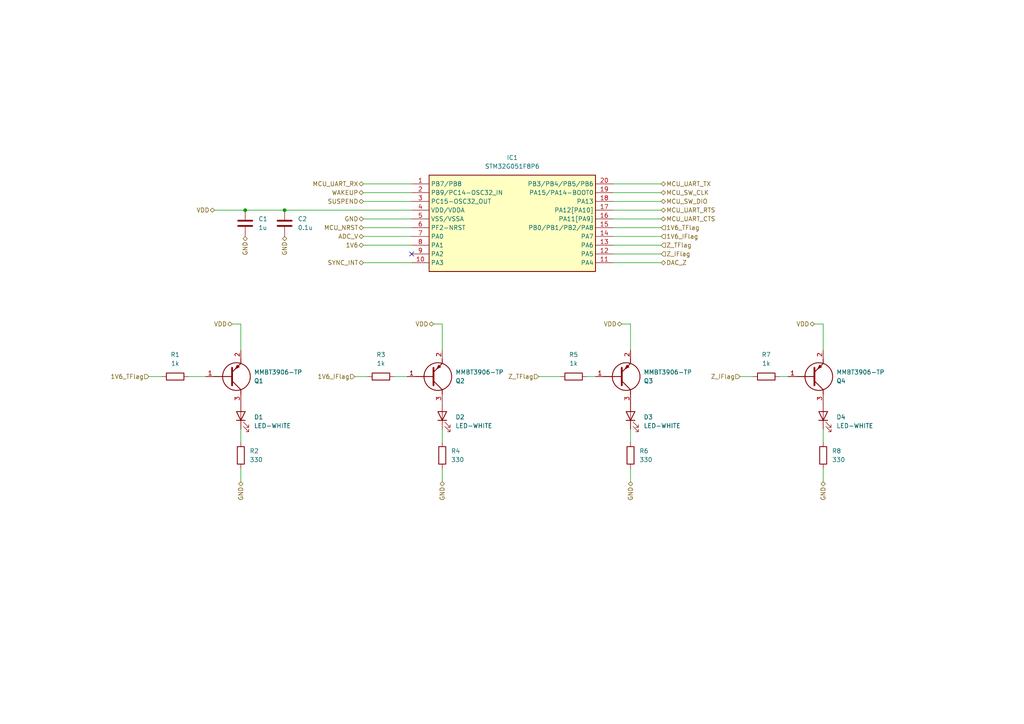
<source format=kicad_sch>
(kicad_sch (version 20231120) (generator "eeschema") (generator_version "8.0")
  (paper "A4")
  (lib_symbols
    (symbol "Device:LED" (pin_numbers hide) (pin_names (offset 1.016) hide)
      (property "Reference" "D" (at 0 2.54 0))
      (property "Value" "LED" (at 0 -2.54 0))
      (symbol "LED_0_1"
        (polyline (pts (xy -1.27 -1.27) (xy -1.27 1.27)) (stroke (width 0.254)))
        (polyline (pts (xy -1.27 0) (xy 1.27 0)))
        (polyline (pts (xy 1.27 -1.27) (xy 1.27 1.27) (xy -1.27 0) (xy 1.27 -1.27)) (stroke (width 0.254)))
        (polyline (pts (xy -3.048 -0.762) (xy -4.572 -2.286) (xy -3.81 -2.286) (xy -4.572 -2.286) (xy -4.572 -1.524)))
        (polyline (pts (xy -1.778 -0.762) (xy -3.302 -2.286) (xy -2.54 -2.286) (xy -3.302 -2.286) (xy -3.302 -1.524)))
      )
      (symbol "LED_1_1"
        (pin passive line (at -3.81 0 0) (length 2.54) (name "K") (number "1"))
        (pin passive line (at 3.81 0 180) (length 2.54) (name "A") (number "2"))
      )
    )
    (symbol "PCM_Capacitor_AKL:C_0402" (pin_numbers hide) (pin_names (offset 0.254))
      (property "Reference" "C" (at 0.635 2.54 0))
      (property "Value" "C_0402" (at 0.635 -2.54 0))
      (symbol "C_0402_0_1"
        (polyline (pts (xy -2.032 -0.762) (xy 2.032 -0.762)) (stroke (width 0.508)))
        (polyline (pts (xy -2.032 0.762) (xy 2.032 0.762)) (stroke (width 0.508)))
      )
      (symbol "C_0402_0_2"
        (polyline (pts (xy -2.54 -2.54) (xy -0.381 -0.381)))
        (polyline (pts (xy -0.508 -0.508) (xy -1.651 0.635)) (stroke (width 0.508)))
        (polyline (pts (xy -0.508 -0.508) (xy 0.635 -1.651)) (stroke (width 0.508)))
        (polyline (pts (xy 0.381 0.381) (xy 2.54 2.54)))
        (polyline (pts (xy 0.508 0.508) (xy -0.635 1.651)) (stroke (width 0.508)))
        (polyline (pts (xy 0.508 0.508) (xy 1.651 -0.635)) (stroke (width 0.508)))
      )
      (symbol "C_0402_1_1"
        (pin passive line (at 0 3.81 270) (length 2.794) (name "~") (number "1"))
        (pin passive line (at 0 -3.81 90) (length 2.794) (name "~") (number "2"))
      )
      (symbol "C_0402_1_2"
        (pin passive line (at 2.54 2.54 270) (length 0) (name "~") (number "1"))
        (pin passive line (at -2.54 -2.54 90) (length 0) (name "~") (number "2"))
      )
    )
    (symbol "PCM_Resistor_AKL:R_0402" (pin_numbers hide) (pin_names (offset 0))
      (property "Reference" "R" (at 2.54 1.27 0))
      (property "Value" "R_0402" (at 2.54 -1.27 0))
      (symbol "R_0402_0_1"
        (rectangle (start -1.016 2.54) (end 1.016 -2.54) (stroke (width 0.254)))
      )
      (symbol "R_0402_0_2"
        (polyline (pts (xy -2.54 -2.54) (xy -1.524 -1.524)))
        (polyline (pts (xy 1.524 1.524) (xy 2.54 2.54)))
        (polyline (pts (xy 1.524 1.524) (xy 0.889 2.159) (xy -2.159 -0.889) (xy -0.889 -2.159) (xy 2.159 0.889) (xy 1.524 1.524)) (stroke (width 0.254)))
      )
      (symbol "R_0402_1_1"
        (pin passive line (at 0 3.81 270) (length 1.27) (name "~") (number "1"))
        (pin passive line (at 0 -3.81 90) (length 1.27) (name "~") (number "2"))
      )
      (symbol "R_0402_1_2"
        (pin passive line (at 2.54 2.54 180) (length 0) (name "") (number "1"))
        (pin passive line (at -2.54 -2.54 0) (length 0) (name "") (number "2"))
      )
    )
    (symbol "ktw07182:MMBT3906-TP" (pin_names hide)
      (property "Reference" "Q" (at 13.97 1.27 0))
      (property "Value" "MMBT3906-TP" (at 13.97 -1.27 0))
      (symbol "MMBT3906-TP_1_1"
        (polyline (pts (xy 2.54 0) (xy 7.62 0)) (stroke (width 0.254)))
        (polyline (pts (xy 7.62 -1.27) (xy 10.16 -3.81)) (stroke (width 0.254)))
        (polyline (pts (xy 7.62 1.27) (xy 10.16 3.81)) (stroke (width 0.254)))
        (polyline (pts (xy 7.62 2.54) (xy 7.62 -2.54)) (stroke (width 0.508)))
        (polyline (pts (xy 10.16 -3.81) (xy 10.16 -5.08)) (stroke (width 0.254)))
        (polyline (pts (xy 10.16 3.81) (xy 10.16 5.08)) (stroke (width 0.254)))
        (polyline (pts (xy 9.652 -2.794) (xy 9.144 -3.302) (xy 8.636 -2.286) (xy 9.652 -2.794)) (stroke (width 0.254)) (fill (type outline)))
        (circle (center 8.89 0) (radius 4.016) (stroke (width 0.254)))
        (pin passive line (at 0 0 0) (length 2.54) (name "B") (number "1"))
        (pin passive line (at 10.16 -7.62 90) (length 2.54) (name "E") (number "2"))
        (pin passive line (at 10.16 7.62 270) (length 2.54) (name "C") (number "3"))
      )
    )
    (symbol "ktw07182:STM32G051F8P6"
      (property "Reference" "IC" (at 54.61 7.62 0))
      (property "Value" "STM32G051F8P6" (at 54.61 5.08 0))
      (symbol "STM32G051F8P6_1_1"
        (rectangle (start 5.08 2.54) (end 53.34 -25.4) (stroke (width 0.254)) (fill (type background)))
        (pin passive line (at 0 0 0) (length 5.08) (name "PB7/PB8") (number "1"))
        (pin passive line (at 0 -22.86 0) (length 5.08) (name "PA3") (number "10"))
        (pin passive line (at 58.42 -22.86 180) (length 5.08) (name "PA4") (number "11"))
        (pin passive line (at 58.42 -20.32 180) (length 5.08) (name "PA5") (number "12"))
        (pin passive line (at 58.42 -17.78 180) (length 5.08) (name "PA6") (number "13"))
        (pin passive line (at 58.42 -15.24 180) (length 5.08) (name "PA7") (number "14"))
        (pin passive line (at 58.42 -12.7 180) (length 5.08) (name "PB0/PB1/PB2/PA8") (number "15"))
        (pin passive line (at 58.42 -10.16 180) (length 5.08) (name "PA11[PA9]") (number "16"))
        (pin passive line (at 58.42 -7.62 180) (length 5.08) (name "PA12[PA10]") (number "17"))
        (pin passive line (at 58.42 -5.08 180) (length 5.08) (name "PA13") (number "18"))
        (pin passive line (at 58.42 -2.54 180) (length 5.08) (name "PA15/PA14-BOOT0") (number "19"))
        (pin passive line (at 0 -2.54 0) (length 5.08) (name "PB9/PC14-OSC32_IN") (number "2"))
        (pin passive line (at 58.42 0 180) (length 5.08) (name "PB3/PB4/PB5/PB6") (number "20"))
        (pin passive line (at 0 -5.08 0) (length 5.08) (name "PC15-OSC32_OUT") (number "3"))
        (pin passive line (at 0 -7.62 0) (length 5.08) (name "VDD/VDDA") (number "4"))
        (pin passive line (at 0 -10.16 0) (length 5.08) (name "VSS/VSSA") (number "5"))
        (pin passive line (at 0 -12.7 0) (length 5.08) (name "PF2-NRST") (number "6"))
        (pin passive line (at 0 -15.24 0) (length 5.08) (name "PA0") (number "7"))
        (pin passive line (at 0 -17.78 0) (length 5.08) (name "PA1") (number "8"))
        (pin passive line (at 0 -20.32 0) (length 5.08) (name "PA2") (number "9"))
      )
    )
  )
  (junction (at 71.12 60.96))
  (junction (at 82.55 60.96))
  (no_connect (at 119.38 73.66))
  (wire (pts (xy 177.8 53.34) (xy 191.77 53.34)))
  (wire (pts (xy 105.41 76.2) (xy 119.38 76.2)))
  (wire (pts (xy 102.87 109.22) (xy 106.68 109.22)))
  (wire (pts (xy 105.41 68.58) (xy 119.38 68.58)))
  (wire (pts (xy 238.76 93.98) (xy 238.76 101.6)))
  (wire (pts (xy 69.85 139.7) (xy 69.85 135.89)))
  (wire (pts (xy 180.34 93.98) (xy 182.88 93.98)))
  (wire (pts (xy 62.23 60.96) (xy 71.12 60.96)))
  (wire (pts (xy 177.8 76.2) (xy 191.77 76.2)))
  (wire (pts (xy 238.76 124.46) (xy 238.76 128.27)))
  (wire (pts (xy 177.8 73.66) (xy 191.77 73.66)))
  (wire (pts (xy 170.18 109.22) (xy 172.72 109.22)))
  (wire (pts (xy 119.38 71.12) (xy 105.41 71.12)))
  (wire (pts (xy 119.38 63.5) (xy 105.41 63.5)))
  (wire (pts (xy 177.8 68.58) (xy 191.77 68.58)))
  (wire (pts (xy 177.8 63.5) (xy 191.77 63.5)))
  (wire (pts (xy 128.27 93.98) (xy 128.27 101.6)))
  (wire (pts (xy 69.85 93.98) (xy 69.85 101.6)))
  (wire (pts (xy 236.22 93.98) (xy 238.76 93.98)))
  (wire (pts (xy 177.8 58.42) (xy 191.77 58.42)))
  (wire (pts (xy 125.73 93.98) (xy 128.27 93.98)))
  (wire (pts (xy 43.18 109.22) (xy 46.99 109.22)))
  (wire (pts (xy 105.41 66.04) (xy 119.38 66.04)))
  (wire (pts (xy 71.12 60.96) (xy 82.55 60.96)))
  (wire (pts (xy 128.27 139.7) (xy 128.27 135.89)))
  (wire (pts (xy 67.31 93.98) (xy 69.85 93.98)))
  (wire (pts (xy 214.63 109.22) (xy 218.44 109.22)))
  (wire (pts (xy 82.55 60.96) (xy 119.38 60.96)))
  (wire (pts (xy 128.27 124.46) (xy 128.27 128.27)))
  (wire (pts (xy 119.38 53.34) (xy 105.41 53.34)))
  (wire (pts (xy 182.88 124.46) (xy 182.88 128.27)))
  (wire (pts (xy 114.3 109.22) (xy 118.11 109.22)))
  (wire (pts (xy 156.21 109.22) (xy 162.56 109.22)))
  (wire (pts (xy 54.61 109.22) (xy 59.69 109.22)))
  (wire (pts (xy 182.88 139.7) (xy 182.88 135.89)))
  (wire (pts (xy 105.41 58.42) (xy 119.38 58.42)))
  (wire (pts (xy 177.8 55.88) (xy 191.77 55.88)))
  (wire (pts (xy 182.88 93.98) (xy 182.88 101.6)))
  (wire (pts (xy 238.76 139.7) (xy 238.76 135.89)))
  (wire (pts (xy 177.8 66.04) (xy 191.77 66.04)))
  (wire (pts (xy 177.8 60.96) (xy 191.77 60.96)))
  (wire (pts (xy 226.06 109.22) (xy 228.6 109.22)))
  (wire (pts (xy 105.41 55.88) (xy 119.38 55.88)))
  (wire (pts (xy 69.85 124.46) (xy 69.85 128.27)))
  (wire (pts (xy 177.8 71.12) (xy 191.77 71.12)))
  (hierarchical_label "GND" (shape bidirectional) (at 182.88 139.7 270))
  (hierarchical_label "GND" (shape bidirectional) (at 69.85 139.7 270))
  (hierarchical_label "WAKEUP" (shape bidirectional) (at 105.41 55.88 180))
  (hierarchical_label "Z_TFlag" (shape input) (at 191.77 71.12 0))
  (hierarchical_label "SYNC_INT" (shape bidirectional) (at 105.41 76.2 180))
  (hierarchical_label "GND" (shape bidirectional) (at 71.12 68.58 270))
  (hierarchical_label "VDD" (shape bidirectional) (at 62.23 60.96 180))
  (hierarchical_label "GND" (shape bidirectional) (at 238.76 139.7 270))
  (hierarchical_label "MCU_UART_RTS" (shape bidirectional) (at 191.77 60.96 0))
  (hierarchical_label "1V6_IFlag" (shape input) (at 191.77 68.58 0))
  (hierarchical_label "VDD" (shape bidirectional) (at 125.73 93.98 180))
  (hierarchical_label "1V6" (shape bidirectional) (at 105.41 71.12 180))
  (hierarchical_label "MCU_NRST" (shape bidirectional) (at 105.41 66.04 180))
  (hierarchical_label "1V6_TFlag" (shape input) (at 191.77 66.04 0))
  (hierarchical_label "MCU_UART_TX" (shape bidirectional) (at 191.77 53.34 0))
  (hierarchical_label "MCU_SW_DIO" (shape bidirectional) (at 191.77 58.42 0))
  (hierarchical_label "GND" (shape bidirectional) (at 105.41 63.5 180))
  (hierarchical_label "MCU_SW_CLK" (shape bidirectional) (at 191.77 55.88 0))
  (hierarchical_label "DAC_Z" (shape bidirectional) (at 191.77 76.2 0))
  (hierarchical_label "Z_TFlag" (shape input) (at 156.21 109.22 180))
  (hierarchical_label "Z_IFlag" (shape input) (at 214.63 109.22 180))
  (hierarchical_label "MCU_UART_RX" (shape bidirectional) (at 105.41 53.34 180))
  (hierarchical_label "ADC_V" (shape bidirectional) (at 105.41 68.58 180))
  (hierarchical_label "VDD" (shape bidirectional) (at 180.34 93.98 180))
  (hierarchical_label "1V6_TFlag" (shape input) (at 43.18 109.22 180))
  (hierarchical_label "MCU_UART_CTS" (shape bidirectional) (at 191.77 63.5 0))
  (hierarchical_label "Z_IFlag" (shape input) (at 191.77 73.66 0))
  (hierarchical_label "SUSPEND" (shape bidirectional) (at 105.41 58.42 180))
  (hierarchical_label "GND" (shape bidirectional) (at 82.55 68.58 270))
  (hierarchical_label "VDD" (shape bidirectional) (at 67.31 93.98 180))
  (hierarchical_label "1V6_IFlag" (shape input) (at 102.87 109.22 180))
  (hierarchical_label "GND" (shape bidirectional) (at 128.27 139.7 270))
  (hierarchical_label "VDD" (shape bidirectional) (at 236.22 93.98 180))
  (symbol (lib_id "PCM_Capacitor_AKL:C_0402") (at 82.55 64.77 180) (unit 1)
    (property "Reference" "C2" (at 86.36 63.4999 0) (effects (justify right)))
    (property "Value" "0.1u" (at 86.36 66.0399 0) (effects (justify right)))
    (property "Footprint" "PCM_Capacitor_SMD_AKL:C_0402_1005Metric" (effects (hide yes)))
    (property "Description" "SMD 0402 MLCC capacitor, Alternate KiCad Library" (effects (hide yes)))
  )
  (symbol (lib_id "Device:LED") (at 238.76 120.65 90) (unit 1)
    (property "Reference" "D4" (at 242.57 120.9674 90) (effects (justify right)))
    (property "Value" "LED-WHITE" (at 242.57 123.5074 90) (effects (justify right)))
    (property "Footprint" "LED_SMD:LED_0402_1005Metric" (effects (hide yes)))
    (property "Description" "Light emitting diode" (effects (hide yes)))
  )
  (symbol (lib_id "Device:LED") (at 128.27 120.65 90) (unit 1)
    (property "Reference" "D2" (at 132.08 120.9674 90) (effects (justify right)))
    (property "Value" "LED-WHITE" (at 132.08 123.5074 90) (effects (justify right)))
    (property "Footprint" "LED_SMD:LED_0402_1005Metric" (effects (hide yes)))
    (property "Description" "Light emitting diode" (effects (hide yes)))
  )
  (symbol (lib_id "ktw07182:MMBT3906-TP") (at 118.11 109.22 0) (mirror x) (unit 1)
    (property "Reference" "Q2" (at 132.08 110.4901 0) (effects (justify left)))
    (property "Value" "MMBT3906-TP" (at 132.08 107.9501 0) (effects (justify left)))
    (property "Footprint" "Mouser:SOT95P237X125-3N" (effects (hide yes)))
    (property "Datasheet" "https://mccsemi.com/pdf/Products/MMBT3906(SOT-23).pdf" (effects (hide yes)))
    (property "Description" "Small Signal Bipolar Transistors" (effects (hide yes)))
    (property "Height" "1.25" (effects (hide yes)))
    (property "Manufacturer_Name" "MCC" (effects (hide yes)))
    (property "Manufacturer_Part_Number" "MMBT3906-TP" (effects (hide yes)))
    (property "Mouser Part Number" "833-MMBT3906-TP" (effects (hide yes)))
    (property "Mouser Price/Stock" "https://www.mouser.co.uk/ProductDetail/Micro-Commercial-Components-MCC/MMBT3906-TP?qs=Oupk%2FUD005j0ye332p7kWg%3D%3D" (effects (hide yes)))
    (property "Arrow Part Number" "MMBT3906-TP" (effects (hide yes)))
    (property "Arrow Price/Stock" "https://www.arrow.com/en/products/mmbt3906-tp/micro-commercial-components?region=europe" (effects (hide yes)))
  )
  (symbol (lib_id "PCM_Resistor_AKL:R_0402") (at 166.37 109.22 90) (unit 1)
    (property "Reference" "R5" (at 166.37 102.87 90))
    (property "Value" "1k" (at 166.37 105.41 90))
    (property "Footprint" "PCM_Resistor_SMD_AKL:R_0402_1005Metric" (effects (hide yes)))
    (property "Description" "SMD 0402 Chip Resistor, European Symbol, Alternate KiCad Library" (effects (hide yes)))
  )
  (symbol (lib_id "ktw07182:MMBT3906-TP") (at 59.69 109.22 0) (mirror x) (unit 1)
    (property "Reference" "Q1" (at 73.66 110.4901 0) (effects (justify left)))
    (property "Value" "MMBT3906-TP" (at 73.66 107.9501 0) (effects (justify left)))
    (property "Footprint" "Mouser:SOT95P237X125-3N" (effects (hide yes)))
    (property "Datasheet" "https://mccsemi.com/pdf/Products/MMBT3906(SOT-23).pdf" (effects (hide yes)))
    (property "Description" "Small Signal Bipolar Transistors" (effects (hide yes)))
    (property "Height" "1.25" (effects (hide yes)))
    (property "Manufacturer_Name" "MCC" (effects (hide yes)))
    (property "Manufacturer_Part_Number" "MMBT3906-TP" (effects (hide yes)))
    (property "Mouser Part Number" "833-MMBT3906-TP" (effects (hide yes)))
    (property "Mouser Price/Stock" "https://www.mouser.co.uk/ProductDetail/Micro-Commercial-Components-MCC/MMBT3906-TP?qs=Oupk%2FUD005j0ye332p7kWg%3D%3D" (effects (hide yes)))
    (property "Arrow Part Number" "MMBT3906-TP" (effects (hide yes)))
    (property "Arrow Price/Stock" "https://www.arrow.com/en/products/mmbt3906-tp/micro-commercial-components?region=europe" (effects (hide yes)))
  )
  (symbol (lib_id "Device:LED") (at 182.88 120.65 90) (unit 1)
    (property "Reference" "D3" (at 186.69 120.9674 90) (effects (justify right)))
    (property "Value" "LED-WHITE" (at 186.69 123.5074 90) (effects (justify right)))
    (property "Footprint" "LED_SMD:LED_0402_1005Metric" (effects (hide yes)))
    (property "Description" "Light emitting diode" (effects (hide yes)))
  )
  (symbol (lib_id "PCM_Resistor_AKL:R_0402") (at 50.8 109.22 90) (unit 1)
    (property "Reference" "R1" (at 50.8 102.87 90))
    (property "Value" "1k" (at 50.8 105.41 90))
    (property "Footprint" "PCM_Resistor_SMD_AKL:R_0402_1005Metric" (effects (hide yes)))
    (property "Description" "SMD 0402 Chip Resistor, European Symbol, Alternate KiCad Library" (effects (hide yes)))
  )
  (symbol (lib_id "ktw07182:STM32G051F8P6") (at 119.38 53.34 0) (unit 1)
    (property "Reference" "IC1" (at 148.59 45.72 0))
    (property "Value" "STM32G051F8P6" (at 148.59 48.26 0))
    (property "Footprint" "Mouser:SOP65P640X120-20N" (effects (hide yes)))
    (property "Datasheet" "https://www.st.com/resource/en/datasheet/stm32g051c6.pdf" (effects (hide yes)))
    (property "Description" "Mainstream Arm Cortex-M0+ 32-bit MCU, up to 64 KB Flash, 18 KB RAM, 2x USART, timers, ADC, DAC, comm. I/Fs, 1.7-3.6V" (effects (hide yes)))
    (property "Height" "1.2" (effects (hide yes)))
    (property "Manufacturer_Name" "STMicroelectronics" (effects (hide yes)))
    (property "Manufacturer_Part_Number" "STM32G051F8P6" (effects (hide yes)))
    (property "Mouser Part Number" "511-STM32G051F8P6" (effects (hide yes)))
    (property "Mouser Price/Stock" "https://www.mouser.co.uk/ProductDetail/STMicroelectronics/STM32G051F8P6?qs=CiayqK2gdcKtYfwNuLEYXQ%3D%3D" (effects (hide yes)))
    (property "Arrow Part Number" "STM32G051F8P6" (effects (hide yes)))
    (property "Arrow Price/Stock" "https://www.arrow.com/en/products/stm32g051f8p6/stmicroelectronics?region=nac" (effects (hide yes)))
  )
  (symbol (lib_id "PCM_Resistor_AKL:R_0402") (at 222.25 109.22 90) (unit 1)
    (property "Reference" "R7" (at 222.25 102.87 90))
    (property "Value" "1k" (at 222.25 105.41 90))
    (property "Footprint" "PCM_Resistor_SMD_AKL:R_0402_1005Metric" (effects (hide yes)))
    (property "Description" "SMD 0402 Chip Resistor, European Symbol, Alternate KiCad Library" (effects (hide yes)))
  )
  (symbol (lib_id "PCM_Resistor_AKL:R_0402") (at 182.88 132.08 0) (unit 1)
    (property "Reference" "R6" (at 185.42 130.8099 0) (effects (justify left)))
    (property "Value" "330" (at 185.42 133.3499 0) (effects (justify left)))
    (property "Footprint" "PCM_Resistor_SMD_AKL:R_0402_1005Metric" (effects (hide yes)))
    (property "Description" "SMD 0402 Chip Resistor, European Symbol, Alternate KiCad Library" (effects (hide yes)))
  )
  (symbol (lib_id "ktw07182:MMBT3906-TP") (at 228.6 109.22 0) (mirror x) (unit 1)
    (property "Reference" "Q4" (at 242.57 110.4901 0) (effects (justify left)))
    (property "Value" "MMBT3906-TP" (at 242.57 107.9501 0) (effects (justify left)))
    (property "Footprint" "Mouser:SOT95P237X125-3N" (effects (hide yes)))
    (property "Datasheet" "https://mccsemi.com/pdf/Products/MMBT3906(SOT-23).pdf" (effects (hide yes)))
    (property "Description" "Small Signal Bipolar Transistors" (effects (hide yes)))
    (property "Height" "1.25" (effects (hide yes)))
    (property "Manufacturer_Name" "MCC" (effects (hide yes)))
    (property "Manufacturer_Part_Number" "MMBT3906-TP" (effects (hide yes)))
    (property "Mouser Part Number" "833-MMBT3906-TP" (effects (hide yes)))
    (property "Mouser Price/Stock" "https://www.mouser.co.uk/ProductDetail/Micro-Commercial-Components-MCC/MMBT3906-TP?qs=Oupk%2FUD005j0ye332p7kWg%3D%3D" (effects (hide yes)))
    (property "Arrow Part Number" "MMBT3906-TP" (effects (hide yes)))
    (property "Arrow Price/Stock" "https://www.arrow.com/en/products/mmbt3906-tp/micro-commercial-components?region=europe" (effects (hide yes)))
  )
  (symbol (lib_id "PCM_Resistor_AKL:R_0402") (at 128.27 132.08 0) (unit 1)
    (property "Reference" "R4" (at 130.81 130.8099 0) (effects (justify left)))
    (property "Value" "330" (at 130.81 133.3499 0) (effects (justify left)))
    (property "Footprint" "PCM_Resistor_SMD_AKL:R_0402_1005Metric" (effects (hide yes)))
    (property "Description" "SMD 0402 Chip Resistor, European Symbol, Alternate KiCad Library" (effects (hide yes)))
  )
  (symbol (lib_id "PCM_Resistor_AKL:R_0402") (at 238.76 132.08 0) (unit 1)
    (property "Reference" "R8" (at 241.3 130.8099 0) (effects (justify left)))
    (property "Value" "330" (at 241.3 133.3499 0) (effects (justify left)))
    (property "Footprint" "PCM_Resistor_SMD_AKL:R_0402_1005Metric" (effects (hide yes)))
    (property "Description" "SMD 0402 Chip Resistor, European Symbol, Alternate KiCad Library" (effects (hide yes)))
  )
  (symbol (lib_id "PCM_Capacitor_AKL:C_0402") (at 71.12 64.77 180) (unit 1)
    (property "Reference" "C1" (at 74.93 63.4999 0) (effects (justify right)))
    (property "Value" "1u" (at 74.93 66.0399 0) (effects (justify right)))
    (property "Footprint" "PCM_Capacitor_SMD_AKL:C_0402_1005Metric" (effects (hide yes)))
    (property "Description" "SMD 0402 MLCC capacitor, Alternate KiCad Library" (effects (hide yes)))
  )
  (symbol (lib_id "ktw07182:MMBT3906-TP") (at 172.72 109.22 0) (mirror x) (unit 1)
    (property "Reference" "Q3" (at 186.69 110.4901 0) (effects (justify left)))
    (property "Value" "MMBT3906-TP" (at 186.69 107.9501 0) (effects (justify left)))
    (property "Footprint" "Mouser:SOT95P237X125-3N" (effects (hide yes)))
    (property "Datasheet" "https://mccsemi.com/pdf/Products/MMBT3906(SOT-23).pdf" (effects (hide yes)))
    (property "Description" "Small Signal Bipolar Transistors" (effects (hide yes)))
    (property "Height" "1.25" (effects (hide yes)))
    (property "Manufacturer_Name" "MCC" (effects (hide yes)))
    (property "Manufacturer_Part_Number" "MMBT3906-TP" (effects (hide yes)))
    (property "Mouser Part Number" "833-MMBT3906-TP" (effects (hide yes)))
    (property "Mouser Price/Stock" "https://www.mouser.co.uk/ProductDetail/Micro-Commercial-Components-MCC/MMBT3906-TP?qs=Oupk%2FUD005j0ye332p7kWg%3D%3D" (effects (hide yes)))
    (property "Arrow Part Number" "MMBT3906-TP" (effects (hide yes)))
    (property "Arrow Price/Stock" "https://www.arrow.com/en/products/mmbt3906-tp/micro-commercial-components?region=europe" (effects (hide yes)))
  )
  (symbol (lib_id "Device:LED") (at 69.85 120.65 90) (unit 1)
    (property "Reference" "D1" (at 73.66 120.9674 90) (effects (justify right)))
    (property "Value" "LED-WHITE" (at 73.66 123.5074 90) (effects (justify right)))
    (property "Footprint" "LED_SMD:LED_0402_1005Metric" (effects (hide yes)))
    (property "Description" "Light emitting diode" (effects (hide yes)))
  )
  (symbol (lib_id "PCM_Resistor_AKL:R_0402") (at 69.85 132.08 0) (unit 1)
    (property "Reference" "R2" (at 72.39 130.8099 0) (effects (justify left)))
    (property "Value" "330" (at 72.39 133.3499 0) (effects (justify left)))
    (property "Footprint" "PCM_Resistor_SMD_AKL:R_0402_1005Metric" (effects (hide yes)))
    (property "Description" "SMD 0402 Chip Resistor, European Symbol, Alternate KiCad Library" (effects (hide yes)))
  )
  (symbol (lib_id "PCM_Resistor_AKL:R_0402") (at 110.49 109.22 90) (unit 1)
    (property "Reference" "R3" (at 110.49 102.87 90))
    (property "Value" "1k" (at 110.49 105.41 90))
    (property "Footprint" "PCM_Resistor_SMD_AKL:R_0402_1005Metric" (effects (hide yes)))
    (property "Description" "SMD 0402 Chip Resistor, European Symbol, Alternate KiCad Library" (effects (hide yes)))
  )
)
</source>
